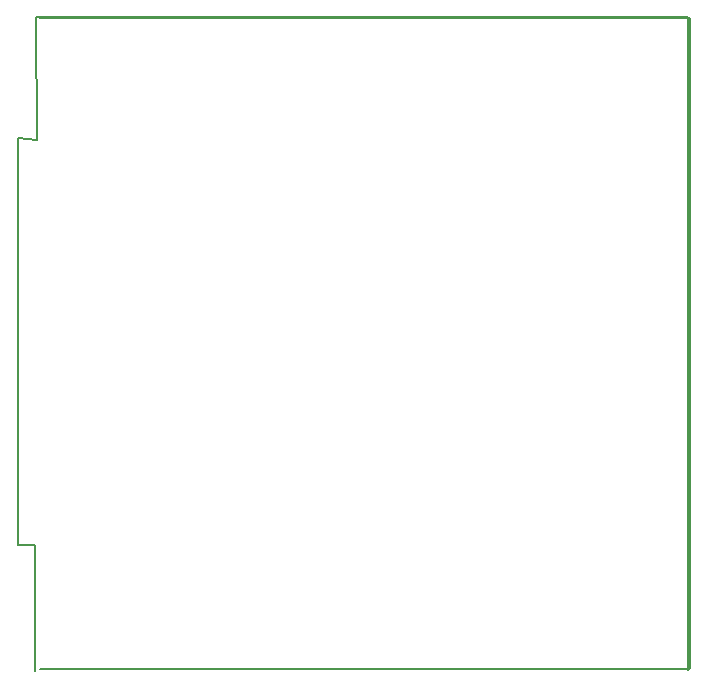
<source format=gbr>
G04 #@! TF.FileFunction,Profile,NP*
%FSLAX46Y46*%
G04 Gerber Fmt 4.6, Leading zero omitted, Abs format (unit mm)*
G04 Created by KiCad (PCBNEW 4.0.6) date 05/08/17 07:10:38*
%MOMM*%
%LPD*%
G01*
G04 APERTURE LIST*
%ADD10C,0.100000*%
%ADD11C,0.150000*%
G04 APERTURE END LIST*
D10*
D11*
X209941700Y-87973500D02*
X208344500Y-87875100D01*
X208344500Y-87875100D02*
X208395300Y-122324700D01*
X208395300Y-122324700D02*
X209843300Y-122279300D01*
X209843300Y-122279300D02*
X209843300Y-132947300D01*
X265135300Y-132902900D02*
X265186100Y-77657900D01*
X265186100Y-77657900D02*
X209868700Y-77594500D01*
X209868700Y-77594500D02*
X209941700Y-87973500D01*
X265098100Y-132643900D02*
X265098100Y-77643900D01*
X265132100Y-77618900D02*
X210132100Y-77618900D01*
X265132100Y-132618900D02*
X265132100Y-77618900D01*
X210196100Y-132782900D02*
X265196100Y-132782900D01*
X265196100Y-132782900D02*
X265196100Y-77782900D01*
X265240100Y-77710900D02*
X210240100Y-77710900D01*
X265240100Y-132710900D02*
X265240100Y-77710900D01*
M02*

</source>
